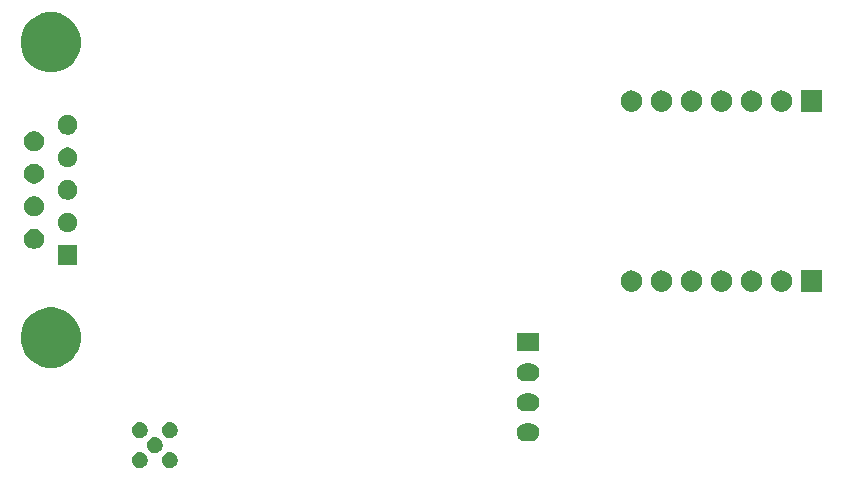
<source format=gbs>
G04 #@! TF.GenerationSoftware,KiCad,Pcbnew,(5.1.5-0)*
G04 #@! TF.CreationDate,2022-06-25T14:07:13-06:00*
G04 #@! TF.ProjectId,DAC_pockel,4441435f-706f-4636-9b65-6c2e6b696361,rev?*
G04 #@! TF.SameCoordinates,Original*
G04 #@! TF.FileFunction,Soldermask,Bot*
G04 #@! TF.FilePolarity,Negative*
%FSLAX46Y46*%
G04 Gerber Fmt 4.6, Leading zero omitted, Abs format (unit mm)*
G04 Created by KiCad (PCBNEW (5.1.5-0)) date 2022-06-25 14:07:13*
%MOMM*%
%LPD*%
G04 APERTURE LIST*
%ADD10C,0.100000*%
G04 APERTURE END LIST*
D10*
G36*
X107779300Y-90707595D02*
G01*
X107865724Y-90724786D01*
X107987838Y-90775367D01*
X108097738Y-90848800D01*
X108191200Y-90942262D01*
X108264633Y-91052162D01*
X108315214Y-91174276D01*
X108341000Y-91303912D01*
X108341000Y-91436088D01*
X108315214Y-91565724D01*
X108264633Y-91687838D01*
X108191200Y-91797738D01*
X108097738Y-91891200D01*
X107987838Y-91964633D01*
X107865724Y-92015214D01*
X107779300Y-92032405D01*
X107736089Y-92041000D01*
X107603911Y-92041000D01*
X107560700Y-92032405D01*
X107474276Y-92015214D01*
X107352162Y-91964633D01*
X107242262Y-91891200D01*
X107148800Y-91797738D01*
X107075367Y-91687838D01*
X107024786Y-91565724D01*
X106999000Y-91436088D01*
X106999000Y-91303912D01*
X107024786Y-91174276D01*
X107075367Y-91052162D01*
X107148800Y-90942262D01*
X107242262Y-90848800D01*
X107352162Y-90775367D01*
X107474276Y-90724786D01*
X107560700Y-90707595D01*
X107603911Y-90699000D01*
X107736089Y-90699000D01*
X107779300Y-90707595D01*
G37*
G36*
X105239300Y-90707595D02*
G01*
X105325724Y-90724786D01*
X105447838Y-90775367D01*
X105557738Y-90848800D01*
X105651200Y-90942262D01*
X105724633Y-91052162D01*
X105775214Y-91174276D01*
X105801000Y-91303912D01*
X105801000Y-91436088D01*
X105775214Y-91565724D01*
X105724633Y-91687838D01*
X105651200Y-91797738D01*
X105557738Y-91891200D01*
X105447838Y-91964633D01*
X105325724Y-92015214D01*
X105239300Y-92032405D01*
X105196089Y-92041000D01*
X105063911Y-92041000D01*
X105020700Y-92032405D01*
X104934276Y-92015214D01*
X104812162Y-91964633D01*
X104702262Y-91891200D01*
X104608800Y-91797738D01*
X104535367Y-91687838D01*
X104484786Y-91565724D01*
X104459000Y-91436088D01*
X104459000Y-91303912D01*
X104484786Y-91174276D01*
X104535367Y-91052162D01*
X104608800Y-90942262D01*
X104702262Y-90848800D01*
X104812162Y-90775367D01*
X104934276Y-90724786D01*
X105020700Y-90707595D01*
X105063911Y-90699000D01*
X105196089Y-90699000D01*
X105239300Y-90707595D01*
G37*
G36*
X106509300Y-89437595D02*
G01*
X106595724Y-89454786D01*
X106717838Y-89505367D01*
X106827738Y-89578800D01*
X106921200Y-89672262D01*
X106994633Y-89782162D01*
X107045214Y-89904276D01*
X107071000Y-90033912D01*
X107071000Y-90166088D01*
X107045214Y-90295724D01*
X106994633Y-90417838D01*
X106921200Y-90527738D01*
X106827738Y-90621200D01*
X106717838Y-90694633D01*
X106595724Y-90745214D01*
X106509300Y-90762405D01*
X106466089Y-90771000D01*
X106333911Y-90771000D01*
X106290700Y-90762405D01*
X106204276Y-90745214D01*
X106082162Y-90694633D01*
X105972262Y-90621200D01*
X105878800Y-90527738D01*
X105805367Y-90417838D01*
X105754786Y-90295724D01*
X105729000Y-90166088D01*
X105729000Y-90033912D01*
X105754786Y-89904276D01*
X105805367Y-89782162D01*
X105878800Y-89672262D01*
X105972262Y-89578800D01*
X106082162Y-89505367D01*
X106204276Y-89454786D01*
X106290700Y-89437595D01*
X106333911Y-89429000D01*
X106466089Y-89429000D01*
X106509300Y-89437595D01*
G37*
G36*
X138273665Y-88272622D02*
G01*
X138347222Y-88279867D01*
X138488786Y-88322810D01*
X138619252Y-88392546D01*
X138631098Y-88402268D01*
X138733607Y-88486393D01*
X138803008Y-88570960D01*
X138827454Y-88600748D01*
X138897190Y-88731214D01*
X138940133Y-88872778D01*
X138954633Y-89020000D01*
X138940133Y-89167222D01*
X138912677Y-89257732D01*
X138897189Y-89308788D01*
X138862322Y-89374019D01*
X138827454Y-89439252D01*
X138803008Y-89469040D01*
X138733607Y-89553607D01*
X138649040Y-89623008D01*
X138619252Y-89647454D01*
X138488786Y-89717190D01*
X138347222Y-89760133D01*
X138273665Y-89767378D01*
X138236888Y-89771000D01*
X137763112Y-89771000D01*
X137726335Y-89767378D01*
X137652778Y-89760133D01*
X137511214Y-89717190D01*
X137380748Y-89647454D01*
X137350960Y-89623008D01*
X137266393Y-89553607D01*
X137196992Y-89469040D01*
X137172546Y-89439252D01*
X137137678Y-89374019D01*
X137102811Y-89308788D01*
X137087323Y-89257732D01*
X137059867Y-89167222D01*
X137045367Y-89020000D01*
X137059867Y-88872778D01*
X137102810Y-88731214D01*
X137172546Y-88600748D01*
X137196992Y-88570960D01*
X137266393Y-88486393D01*
X137368902Y-88402268D01*
X137380748Y-88392546D01*
X137511214Y-88322810D01*
X137652778Y-88279867D01*
X137726335Y-88272622D01*
X137763112Y-88269000D01*
X138236888Y-88269000D01*
X138273665Y-88272622D01*
G37*
G36*
X105239300Y-88167595D02*
G01*
X105325724Y-88184786D01*
X105447838Y-88235367D01*
X105557738Y-88308800D01*
X105651200Y-88402262D01*
X105724633Y-88512162D01*
X105775214Y-88634276D01*
X105801000Y-88763912D01*
X105801000Y-88896088D01*
X105775214Y-89025724D01*
X105724633Y-89147838D01*
X105651200Y-89257738D01*
X105557738Y-89351200D01*
X105447838Y-89424633D01*
X105325724Y-89475214D01*
X105239300Y-89492405D01*
X105196089Y-89501000D01*
X105063911Y-89501000D01*
X105020700Y-89492405D01*
X104934276Y-89475214D01*
X104812162Y-89424633D01*
X104702262Y-89351200D01*
X104608800Y-89257738D01*
X104535367Y-89147838D01*
X104484786Y-89025724D01*
X104459000Y-88896088D01*
X104459000Y-88763912D01*
X104484786Y-88634276D01*
X104535367Y-88512162D01*
X104608800Y-88402262D01*
X104702262Y-88308800D01*
X104812162Y-88235367D01*
X104934276Y-88184786D01*
X105020700Y-88167595D01*
X105063911Y-88159000D01*
X105196089Y-88159000D01*
X105239300Y-88167595D01*
G37*
G36*
X107779300Y-88167595D02*
G01*
X107865724Y-88184786D01*
X107987838Y-88235367D01*
X108097738Y-88308800D01*
X108191200Y-88402262D01*
X108264633Y-88512162D01*
X108315214Y-88634276D01*
X108341000Y-88763912D01*
X108341000Y-88896088D01*
X108315214Y-89025724D01*
X108264633Y-89147838D01*
X108191200Y-89257738D01*
X108097738Y-89351200D01*
X107987838Y-89424633D01*
X107865724Y-89475214D01*
X107779300Y-89492405D01*
X107736089Y-89501000D01*
X107603911Y-89501000D01*
X107560700Y-89492405D01*
X107474276Y-89475214D01*
X107352162Y-89424633D01*
X107242262Y-89351200D01*
X107148800Y-89257738D01*
X107075367Y-89147838D01*
X107024786Y-89025724D01*
X106999000Y-88896088D01*
X106999000Y-88763912D01*
X107024786Y-88634276D01*
X107075367Y-88512162D01*
X107148800Y-88402262D01*
X107242262Y-88308800D01*
X107352162Y-88235367D01*
X107474276Y-88184786D01*
X107560700Y-88167595D01*
X107603911Y-88159000D01*
X107736089Y-88159000D01*
X107779300Y-88167595D01*
G37*
G36*
X138273665Y-85732622D02*
G01*
X138347222Y-85739867D01*
X138488786Y-85782810D01*
X138619252Y-85852546D01*
X138649040Y-85876992D01*
X138733607Y-85946393D01*
X138803008Y-86030960D01*
X138827454Y-86060748D01*
X138897190Y-86191214D01*
X138940133Y-86332778D01*
X138954633Y-86480000D01*
X138940133Y-86627222D01*
X138897190Y-86768786D01*
X138827454Y-86899252D01*
X138803008Y-86929040D01*
X138733607Y-87013607D01*
X138649040Y-87083008D01*
X138619252Y-87107454D01*
X138488786Y-87177190D01*
X138347222Y-87220133D01*
X138273665Y-87227378D01*
X138236888Y-87231000D01*
X137763112Y-87231000D01*
X137726335Y-87227378D01*
X137652778Y-87220133D01*
X137511214Y-87177190D01*
X137380748Y-87107454D01*
X137350960Y-87083008D01*
X137266393Y-87013607D01*
X137196992Y-86929040D01*
X137172546Y-86899252D01*
X137102810Y-86768786D01*
X137059867Y-86627222D01*
X137045367Y-86480000D01*
X137059867Y-86332778D01*
X137102810Y-86191214D01*
X137172546Y-86060748D01*
X137196992Y-86030960D01*
X137266393Y-85946393D01*
X137350960Y-85876992D01*
X137380748Y-85852546D01*
X137511214Y-85782810D01*
X137652778Y-85739867D01*
X137726335Y-85732622D01*
X137763112Y-85729000D01*
X138236888Y-85729000D01*
X138273665Y-85732622D01*
G37*
G36*
X138273665Y-83192622D02*
G01*
X138347222Y-83199867D01*
X138488786Y-83242810D01*
X138619252Y-83312546D01*
X138649040Y-83336992D01*
X138733607Y-83406393D01*
X138771828Y-83452967D01*
X138827454Y-83520748D01*
X138897190Y-83651214D01*
X138940133Y-83792778D01*
X138954633Y-83940000D01*
X138940133Y-84087222D01*
X138897190Y-84228786D01*
X138827454Y-84359252D01*
X138803008Y-84389040D01*
X138733607Y-84473607D01*
X138649040Y-84543008D01*
X138619252Y-84567454D01*
X138488786Y-84637190D01*
X138347222Y-84680133D01*
X138273665Y-84687378D01*
X138236888Y-84691000D01*
X137763112Y-84691000D01*
X137726335Y-84687378D01*
X137652778Y-84680133D01*
X137511214Y-84637190D01*
X137380748Y-84567454D01*
X137350960Y-84543008D01*
X137266393Y-84473607D01*
X137196992Y-84389040D01*
X137172546Y-84359252D01*
X137102810Y-84228786D01*
X137059867Y-84087222D01*
X137045367Y-83940000D01*
X137059867Y-83792778D01*
X137102810Y-83651214D01*
X137172546Y-83520748D01*
X137228172Y-83452967D01*
X137266393Y-83406393D01*
X137350960Y-83336992D01*
X137380748Y-83312546D01*
X137511214Y-83242810D01*
X137652778Y-83199867D01*
X137726335Y-83192622D01*
X137763112Y-83189000D01*
X138236888Y-83189000D01*
X138273665Y-83192622D01*
G37*
G36*
X98344098Y-78547033D02*
G01*
X98808350Y-78739332D01*
X98808352Y-78739333D01*
X99226168Y-79018509D01*
X99581491Y-79373832D01*
X99860667Y-79791648D01*
X99860668Y-79791650D01*
X100052967Y-80255902D01*
X100151000Y-80748747D01*
X100151000Y-81251253D01*
X100052967Y-81744098D01*
X99884423Y-82151000D01*
X99860667Y-82208352D01*
X99581491Y-82626168D01*
X99226168Y-82981491D01*
X98808352Y-83260667D01*
X98808351Y-83260668D01*
X98808350Y-83260668D01*
X98344098Y-83452967D01*
X97851253Y-83551000D01*
X97348747Y-83551000D01*
X96855902Y-83452967D01*
X96391650Y-83260668D01*
X96391649Y-83260668D01*
X96391648Y-83260667D01*
X95973832Y-82981491D01*
X95618509Y-82626168D01*
X95339333Y-82208352D01*
X95315577Y-82151000D01*
X95147033Y-81744098D01*
X95049000Y-81251253D01*
X95049000Y-80748747D01*
X95147033Y-80255902D01*
X95339332Y-79791650D01*
X95339333Y-79791648D01*
X95618509Y-79373832D01*
X95973832Y-79018509D01*
X96391648Y-78739333D01*
X96391650Y-78739332D01*
X96855902Y-78547033D01*
X97348747Y-78449000D01*
X97851253Y-78449000D01*
X98344098Y-78547033D01*
G37*
G36*
X138951000Y-82151000D02*
G01*
X137049000Y-82151000D01*
X137049000Y-80649000D01*
X138951000Y-80649000D01*
X138951000Y-82151000D01*
G37*
G36*
X162901000Y-77121000D02*
G01*
X161099000Y-77121000D01*
X161099000Y-75319000D01*
X162901000Y-75319000D01*
X162901000Y-77121000D01*
G37*
G36*
X159573512Y-75323927D02*
G01*
X159722812Y-75353624D01*
X159886784Y-75421544D01*
X160034354Y-75520147D01*
X160159853Y-75645646D01*
X160258456Y-75793216D01*
X160326376Y-75957188D01*
X160361000Y-76131259D01*
X160361000Y-76308741D01*
X160326376Y-76482812D01*
X160258456Y-76646784D01*
X160159853Y-76794354D01*
X160034354Y-76919853D01*
X159886784Y-77018456D01*
X159722812Y-77086376D01*
X159573512Y-77116073D01*
X159548742Y-77121000D01*
X159371258Y-77121000D01*
X159346488Y-77116073D01*
X159197188Y-77086376D01*
X159033216Y-77018456D01*
X158885646Y-76919853D01*
X158760147Y-76794354D01*
X158661544Y-76646784D01*
X158593624Y-76482812D01*
X158559000Y-76308741D01*
X158559000Y-76131259D01*
X158593624Y-75957188D01*
X158661544Y-75793216D01*
X158760147Y-75645646D01*
X158885646Y-75520147D01*
X159033216Y-75421544D01*
X159197188Y-75353624D01*
X159346488Y-75323927D01*
X159371258Y-75319000D01*
X159548742Y-75319000D01*
X159573512Y-75323927D01*
G37*
G36*
X157033512Y-75323927D02*
G01*
X157182812Y-75353624D01*
X157346784Y-75421544D01*
X157494354Y-75520147D01*
X157619853Y-75645646D01*
X157718456Y-75793216D01*
X157786376Y-75957188D01*
X157821000Y-76131259D01*
X157821000Y-76308741D01*
X157786376Y-76482812D01*
X157718456Y-76646784D01*
X157619853Y-76794354D01*
X157494354Y-76919853D01*
X157346784Y-77018456D01*
X157182812Y-77086376D01*
X157033512Y-77116073D01*
X157008742Y-77121000D01*
X156831258Y-77121000D01*
X156806488Y-77116073D01*
X156657188Y-77086376D01*
X156493216Y-77018456D01*
X156345646Y-76919853D01*
X156220147Y-76794354D01*
X156121544Y-76646784D01*
X156053624Y-76482812D01*
X156019000Y-76308741D01*
X156019000Y-76131259D01*
X156053624Y-75957188D01*
X156121544Y-75793216D01*
X156220147Y-75645646D01*
X156345646Y-75520147D01*
X156493216Y-75421544D01*
X156657188Y-75353624D01*
X156806488Y-75323927D01*
X156831258Y-75319000D01*
X157008742Y-75319000D01*
X157033512Y-75323927D01*
G37*
G36*
X154493512Y-75323927D02*
G01*
X154642812Y-75353624D01*
X154806784Y-75421544D01*
X154954354Y-75520147D01*
X155079853Y-75645646D01*
X155178456Y-75793216D01*
X155246376Y-75957188D01*
X155281000Y-76131259D01*
X155281000Y-76308741D01*
X155246376Y-76482812D01*
X155178456Y-76646784D01*
X155079853Y-76794354D01*
X154954354Y-76919853D01*
X154806784Y-77018456D01*
X154642812Y-77086376D01*
X154493512Y-77116073D01*
X154468742Y-77121000D01*
X154291258Y-77121000D01*
X154266488Y-77116073D01*
X154117188Y-77086376D01*
X153953216Y-77018456D01*
X153805646Y-76919853D01*
X153680147Y-76794354D01*
X153581544Y-76646784D01*
X153513624Y-76482812D01*
X153479000Y-76308741D01*
X153479000Y-76131259D01*
X153513624Y-75957188D01*
X153581544Y-75793216D01*
X153680147Y-75645646D01*
X153805646Y-75520147D01*
X153953216Y-75421544D01*
X154117188Y-75353624D01*
X154266488Y-75323927D01*
X154291258Y-75319000D01*
X154468742Y-75319000D01*
X154493512Y-75323927D01*
G37*
G36*
X151953512Y-75323927D02*
G01*
X152102812Y-75353624D01*
X152266784Y-75421544D01*
X152414354Y-75520147D01*
X152539853Y-75645646D01*
X152638456Y-75793216D01*
X152706376Y-75957188D01*
X152741000Y-76131259D01*
X152741000Y-76308741D01*
X152706376Y-76482812D01*
X152638456Y-76646784D01*
X152539853Y-76794354D01*
X152414354Y-76919853D01*
X152266784Y-77018456D01*
X152102812Y-77086376D01*
X151953512Y-77116073D01*
X151928742Y-77121000D01*
X151751258Y-77121000D01*
X151726488Y-77116073D01*
X151577188Y-77086376D01*
X151413216Y-77018456D01*
X151265646Y-76919853D01*
X151140147Y-76794354D01*
X151041544Y-76646784D01*
X150973624Y-76482812D01*
X150939000Y-76308741D01*
X150939000Y-76131259D01*
X150973624Y-75957188D01*
X151041544Y-75793216D01*
X151140147Y-75645646D01*
X151265646Y-75520147D01*
X151413216Y-75421544D01*
X151577188Y-75353624D01*
X151726488Y-75323927D01*
X151751258Y-75319000D01*
X151928742Y-75319000D01*
X151953512Y-75323927D01*
G37*
G36*
X149413512Y-75323927D02*
G01*
X149562812Y-75353624D01*
X149726784Y-75421544D01*
X149874354Y-75520147D01*
X149999853Y-75645646D01*
X150098456Y-75793216D01*
X150166376Y-75957188D01*
X150201000Y-76131259D01*
X150201000Y-76308741D01*
X150166376Y-76482812D01*
X150098456Y-76646784D01*
X149999853Y-76794354D01*
X149874354Y-76919853D01*
X149726784Y-77018456D01*
X149562812Y-77086376D01*
X149413512Y-77116073D01*
X149388742Y-77121000D01*
X149211258Y-77121000D01*
X149186488Y-77116073D01*
X149037188Y-77086376D01*
X148873216Y-77018456D01*
X148725646Y-76919853D01*
X148600147Y-76794354D01*
X148501544Y-76646784D01*
X148433624Y-76482812D01*
X148399000Y-76308741D01*
X148399000Y-76131259D01*
X148433624Y-75957188D01*
X148501544Y-75793216D01*
X148600147Y-75645646D01*
X148725646Y-75520147D01*
X148873216Y-75421544D01*
X149037188Y-75353624D01*
X149186488Y-75323927D01*
X149211258Y-75319000D01*
X149388742Y-75319000D01*
X149413512Y-75323927D01*
G37*
G36*
X146873512Y-75323927D02*
G01*
X147022812Y-75353624D01*
X147186784Y-75421544D01*
X147334354Y-75520147D01*
X147459853Y-75645646D01*
X147558456Y-75793216D01*
X147626376Y-75957188D01*
X147661000Y-76131259D01*
X147661000Y-76308741D01*
X147626376Y-76482812D01*
X147558456Y-76646784D01*
X147459853Y-76794354D01*
X147334354Y-76919853D01*
X147186784Y-77018456D01*
X147022812Y-77086376D01*
X146873512Y-77116073D01*
X146848742Y-77121000D01*
X146671258Y-77121000D01*
X146646488Y-77116073D01*
X146497188Y-77086376D01*
X146333216Y-77018456D01*
X146185646Y-76919853D01*
X146060147Y-76794354D01*
X145961544Y-76646784D01*
X145893624Y-76482812D01*
X145859000Y-76308741D01*
X145859000Y-76131259D01*
X145893624Y-75957188D01*
X145961544Y-75793216D01*
X146060147Y-75645646D01*
X146185646Y-75520147D01*
X146333216Y-75421544D01*
X146497188Y-75353624D01*
X146646488Y-75323927D01*
X146671258Y-75319000D01*
X146848742Y-75319000D01*
X146873512Y-75323927D01*
G37*
G36*
X99858500Y-74858500D02*
G01*
X98181500Y-74858500D01*
X98181500Y-73181500D01*
X99858500Y-73181500D01*
X99858500Y-74858500D01*
G37*
G36*
X96424581Y-71833723D02*
G01*
X96577178Y-71896930D01*
X96714512Y-71988694D01*
X96831306Y-72105488D01*
X96923070Y-72242822D01*
X96986277Y-72395419D01*
X97018500Y-72557414D01*
X97018500Y-72722586D01*
X96986277Y-72884581D01*
X96923070Y-73037178D01*
X96831306Y-73174512D01*
X96714512Y-73291306D01*
X96577178Y-73383070D01*
X96424581Y-73446277D01*
X96262586Y-73478500D01*
X96097414Y-73478500D01*
X95935419Y-73446277D01*
X95782822Y-73383070D01*
X95645488Y-73291306D01*
X95528694Y-73174512D01*
X95436930Y-73037178D01*
X95373723Y-72884581D01*
X95341500Y-72722586D01*
X95341500Y-72557414D01*
X95373723Y-72395419D01*
X95436930Y-72242822D01*
X95528694Y-72105488D01*
X95645488Y-71988694D01*
X95782822Y-71896930D01*
X95935419Y-71833723D01*
X96097414Y-71801500D01*
X96262586Y-71801500D01*
X96424581Y-71833723D01*
G37*
G36*
X99264581Y-70453723D02*
G01*
X99417178Y-70516930D01*
X99554512Y-70608694D01*
X99671306Y-70725488D01*
X99763070Y-70862822D01*
X99826277Y-71015419D01*
X99858500Y-71177414D01*
X99858500Y-71342586D01*
X99826277Y-71504581D01*
X99763070Y-71657178D01*
X99671306Y-71794512D01*
X99554512Y-71911306D01*
X99417178Y-72003070D01*
X99264581Y-72066277D01*
X99102586Y-72098500D01*
X98937414Y-72098500D01*
X98775419Y-72066277D01*
X98622822Y-72003070D01*
X98485488Y-71911306D01*
X98368694Y-71794512D01*
X98276930Y-71657178D01*
X98213723Y-71504581D01*
X98181500Y-71342586D01*
X98181500Y-71177414D01*
X98213723Y-71015419D01*
X98276930Y-70862822D01*
X98368694Y-70725488D01*
X98485488Y-70608694D01*
X98622822Y-70516930D01*
X98775419Y-70453723D01*
X98937414Y-70421500D01*
X99102586Y-70421500D01*
X99264581Y-70453723D01*
G37*
G36*
X96424581Y-69073723D02*
G01*
X96577178Y-69136930D01*
X96714512Y-69228694D01*
X96831306Y-69345488D01*
X96923070Y-69482822D01*
X96986277Y-69635419D01*
X97018500Y-69797414D01*
X97018500Y-69962586D01*
X96986277Y-70124581D01*
X96923070Y-70277178D01*
X96831306Y-70414512D01*
X96714512Y-70531306D01*
X96577178Y-70623070D01*
X96424581Y-70686277D01*
X96262586Y-70718500D01*
X96097414Y-70718500D01*
X95935419Y-70686277D01*
X95782822Y-70623070D01*
X95645488Y-70531306D01*
X95528694Y-70414512D01*
X95436930Y-70277178D01*
X95373723Y-70124581D01*
X95341500Y-69962586D01*
X95341500Y-69797414D01*
X95373723Y-69635419D01*
X95436930Y-69482822D01*
X95528694Y-69345488D01*
X95645488Y-69228694D01*
X95782822Y-69136930D01*
X95935419Y-69073723D01*
X96097414Y-69041500D01*
X96262586Y-69041500D01*
X96424581Y-69073723D01*
G37*
G36*
X99264581Y-67693723D02*
G01*
X99417178Y-67756930D01*
X99554512Y-67848694D01*
X99671306Y-67965488D01*
X99763070Y-68102822D01*
X99826277Y-68255419D01*
X99858500Y-68417414D01*
X99858500Y-68582586D01*
X99826277Y-68744581D01*
X99763070Y-68897178D01*
X99671306Y-69034512D01*
X99554512Y-69151306D01*
X99417178Y-69243070D01*
X99264581Y-69306277D01*
X99102586Y-69338500D01*
X98937414Y-69338500D01*
X98775419Y-69306277D01*
X98622822Y-69243070D01*
X98485488Y-69151306D01*
X98368694Y-69034512D01*
X98276930Y-68897178D01*
X98213723Y-68744581D01*
X98181500Y-68582586D01*
X98181500Y-68417414D01*
X98213723Y-68255419D01*
X98276930Y-68102822D01*
X98368694Y-67965488D01*
X98485488Y-67848694D01*
X98622822Y-67756930D01*
X98775419Y-67693723D01*
X98937414Y-67661500D01*
X99102586Y-67661500D01*
X99264581Y-67693723D01*
G37*
G36*
X96424581Y-66313723D02*
G01*
X96577178Y-66376930D01*
X96714512Y-66468694D01*
X96831306Y-66585488D01*
X96923070Y-66722822D01*
X96986277Y-66875419D01*
X97018500Y-67037414D01*
X97018500Y-67202586D01*
X96986277Y-67364581D01*
X96923070Y-67517178D01*
X96831306Y-67654512D01*
X96714512Y-67771306D01*
X96577178Y-67863070D01*
X96424581Y-67926277D01*
X96262586Y-67958500D01*
X96097414Y-67958500D01*
X95935419Y-67926277D01*
X95782822Y-67863070D01*
X95645488Y-67771306D01*
X95528694Y-67654512D01*
X95436930Y-67517178D01*
X95373723Y-67364581D01*
X95341500Y-67202586D01*
X95341500Y-67037414D01*
X95373723Y-66875419D01*
X95436930Y-66722822D01*
X95528694Y-66585488D01*
X95645488Y-66468694D01*
X95782822Y-66376930D01*
X95935419Y-66313723D01*
X96097414Y-66281500D01*
X96262586Y-66281500D01*
X96424581Y-66313723D01*
G37*
G36*
X99264581Y-64933723D02*
G01*
X99417178Y-64996930D01*
X99554512Y-65088694D01*
X99671306Y-65205488D01*
X99763070Y-65342822D01*
X99826277Y-65495419D01*
X99858500Y-65657414D01*
X99858500Y-65822586D01*
X99826277Y-65984581D01*
X99763070Y-66137178D01*
X99671306Y-66274512D01*
X99554512Y-66391306D01*
X99417178Y-66483070D01*
X99264581Y-66546277D01*
X99102586Y-66578500D01*
X98937414Y-66578500D01*
X98775419Y-66546277D01*
X98622822Y-66483070D01*
X98485488Y-66391306D01*
X98368694Y-66274512D01*
X98276930Y-66137178D01*
X98213723Y-65984581D01*
X98181500Y-65822586D01*
X98181500Y-65657414D01*
X98213723Y-65495419D01*
X98276930Y-65342822D01*
X98368694Y-65205488D01*
X98485488Y-65088694D01*
X98622822Y-64996930D01*
X98775419Y-64933723D01*
X98937414Y-64901500D01*
X99102586Y-64901500D01*
X99264581Y-64933723D01*
G37*
G36*
X96424581Y-63553723D02*
G01*
X96577178Y-63616930D01*
X96714512Y-63708694D01*
X96831306Y-63825488D01*
X96923070Y-63962822D01*
X96986277Y-64115419D01*
X97018500Y-64277414D01*
X97018500Y-64442586D01*
X96986277Y-64604581D01*
X96923070Y-64757178D01*
X96831306Y-64894512D01*
X96714512Y-65011306D01*
X96577178Y-65103070D01*
X96424581Y-65166277D01*
X96262586Y-65198500D01*
X96097414Y-65198500D01*
X95935419Y-65166277D01*
X95782822Y-65103070D01*
X95645488Y-65011306D01*
X95528694Y-64894512D01*
X95436930Y-64757178D01*
X95373723Y-64604581D01*
X95341500Y-64442586D01*
X95341500Y-64277414D01*
X95373723Y-64115419D01*
X95436930Y-63962822D01*
X95528694Y-63825488D01*
X95645488Y-63708694D01*
X95782822Y-63616930D01*
X95935419Y-63553723D01*
X96097414Y-63521500D01*
X96262586Y-63521500D01*
X96424581Y-63553723D01*
G37*
G36*
X99264581Y-62173723D02*
G01*
X99417178Y-62236930D01*
X99554512Y-62328694D01*
X99671306Y-62445488D01*
X99763070Y-62582822D01*
X99826277Y-62735419D01*
X99858500Y-62897414D01*
X99858500Y-63062586D01*
X99826277Y-63224581D01*
X99763070Y-63377178D01*
X99671306Y-63514512D01*
X99554512Y-63631306D01*
X99417178Y-63723070D01*
X99264581Y-63786277D01*
X99102586Y-63818500D01*
X98937414Y-63818500D01*
X98775419Y-63786277D01*
X98622822Y-63723070D01*
X98485488Y-63631306D01*
X98368694Y-63514512D01*
X98276930Y-63377178D01*
X98213723Y-63224581D01*
X98181500Y-63062586D01*
X98181500Y-62897414D01*
X98213723Y-62735419D01*
X98276930Y-62582822D01*
X98368694Y-62445488D01*
X98485488Y-62328694D01*
X98622822Y-62236930D01*
X98775419Y-62173723D01*
X98937414Y-62141500D01*
X99102586Y-62141500D01*
X99264581Y-62173723D01*
G37*
G36*
X159573512Y-60083927D02*
G01*
X159722812Y-60113624D01*
X159886784Y-60181544D01*
X160034354Y-60280147D01*
X160159853Y-60405646D01*
X160258456Y-60553216D01*
X160326376Y-60717188D01*
X160361000Y-60891259D01*
X160361000Y-61068741D01*
X160326376Y-61242812D01*
X160258456Y-61406784D01*
X160159853Y-61554354D01*
X160034354Y-61679853D01*
X159886784Y-61778456D01*
X159722812Y-61846376D01*
X159573512Y-61876073D01*
X159548742Y-61881000D01*
X159371258Y-61881000D01*
X159346488Y-61876073D01*
X159197188Y-61846376D01*
X159033216Y-61778456D01*
X158885646Y-61679853D01*
X158760147Y-61554354D01*
X158661544Y-61406784D01*
X158593624Y-61242812D01*
X158559000Y-61068741D01*
X158559000Y-60891259D01*
X158593624Y-60717188D01*
X158661544Y-60553216D01*
X158760147Y-60405646D01*
X158885646Y-60280147D01*
X159033216Y-60181544D01*
X159197188Y-60113624D01*
X159346488Y-60083927D01*
X159371258Y-60079000D01*
X159548742Y-60079000D01*
X159573512Y-60083927D01*
G37*
G36*
X162901000Y-61881000D02*
G01*
X161099000Y-61881000D01*
X161099000Y-60079000D01*
X162901000Y-60079000D01*
X162901000Y-61881000D01*
G37*
G36*
X157033512Y-60083927D02*
G01*
X157182812Y-60113624D01*
X157346784Y-60181544D01*
X157494354Y-60280147D01*
X157619853Y-60405646D01*
X157718456Y-60553216D01*
X157786376Y-60717188D01*
X157821000Y-60891259D01*
X157821000Y-61068741D01*
X157786376Y-61242812D01*
X157718456Y-61406784D01*
X157619853Y-61554354D01*
X157494354Y-61679853D01*
X157346784Y-61778456D01*
X157182812Y-61846376D01*
X157033512Y-61876073D01*
X157008742Y-61881000D01*
X156831258Y-61881000D01*
X156806488Y-61876073D01*
X156657188Y-61846376D01*
X156493216Y-61778456D01*
X156345646Y-61679853D01*
X156220147Y-61554354D01*
X156121544Y-61406784D01*
X156053624Y-61242812D01*
X156019000Y-61068741D01*
X156019000Y-60891259D01*
X156053624Y-60717188D01*
X156121544Y-60553216D01*
X156220147Y-60405646D01*
X156345646Y-60280147D01*
X156493216Y-60181544D01*
X156657188Y-60113624D01*
X156806488Y-60083927D01*
X156831258Y-60079000D01*
X157008742Y-60079000D01*
X157033512Y-60083927D01*
G37*
G36*
X146873512Y-60083927D02*
G01*
X147022812Y-60113624D01*
X147186784Y-60181544D01*
X147334354Y-60280147D01*
X147459853Y-60405646D01*
X147558456Y-60553216D01*
X147626376Y-60717188D01*
X147661000Y-60891259D01*
X147661000Y-61068741D01*
X147626376Y-61242812D01*
X147558456Y-61406784D01*
X147459853Y-61554354D01*
X147334354Y-61679853D01*
X147186784Y-61778456D01*
X147022812Y-61846376D01*
X146873512Y-61876073D01*
X146848742Y-61881000D01*
X146671258Y-61881000D01*
X146646488Y-61876073D01*
X146497188Y-61846376D01*
X146333216Y-61778456D01*
X146185646Y-61679853D01*
X146060147Y-61554354D01*
X145961544Y-61406784D01*
X145893624Y-61242812D01*
X145859000Y-61068741D01*
X145859000Y-60891259D01*
X145893624Y-60717188D01*
X145961544Y-60553216D01*
X146060147Y-60405646D01*
X146185646Y-60280147D01*
X146333216Y-60181544D01*
X146497188Y-60113624D01*
X146646488Y-60083927D01*
X146671258Y-60079000D01*
X146848742Y-60079000D01*
X146873512Y-60083927D01*
G37*
G36*
X149413512Y-60083927D02*
G01*
X149562812Y-60113624D01*
X149726784Y-60181544D01*
X149874354Y-60280147D01*
X149999853Y-60405646D01*
X150098456Y-60553216D01*
X150166376Y-60717188D01*
X150201000Y-60891259D01*
X150201000Y-61068741D01*
X150166376Y-61242812D01*
X150098456Y-61406784D01*
X149999853Y-61554354D01*
X149874354Y-61679853D01*
X149726784Y-61778456D01*
X149562812Y-61846376D01*
X149413512Y-61876073D01*
X149388742Y-61881000D01*
X149211258Y-61881000D01*
X149186488Y-61876073D01*
X149037188Y-61846376D01*
X148873216Y-61778456D01*
X148725646Y-61679853D01*
X148600147Y-61554354D01*
X148501544Y-61406784D01*
X148433624Y-61242812D01*
X148399000Y-61068741D01*
X148399000Y-60891259D01*
X148433624Y-60717188D01*
X148501544Y-60553216D01*
X148600147Y-60405646D01*
X148725646Y-60280147D01*
X148873216Y-60181544D01*
X149037188Y-60113624D01*
X149186488Y-60083927D01*
X149211258Y-60079000D01*
X149388742Y-60079000D01*
X149413512Y-60083927D01*
G37*
G36*
X151953512Y-60083927D02*
G01*
X152102812Y-60113624D01*
X152266784Y-60181544D01*
X152414354Y-60280147D01*
X152539853Y-60405646D01*
X152638456Y-60553216D01*
X152706376Y-60717188D01*
X152741000Y-60891259D01*
X152741000Y-61068741D01*
X152706376Y-61242812D01*
X152638456Y-61406784D01*
X152539853Y-61554354D01*
X152414354Y-61679853D01*
X152266784Y-61778456D01*
X152102812Y-61846376D01*
X151953512Y-61876073D01*
X151928742Y-61881000D01*
X151751258Y-61881000D01*
X151726488Y-61876073D01*
X151577188Y-61846376D01*
X151413216Y-61778456D01*
X151265646Y-61679853D01*
X151140147Y-61554354D01*
X151041544Y-61406784D01*
X150973624Y-61242812D01*
X150939000Y-61068741D01*
X150939000Y-60891259D01*
X150973624Y-60717188D01*
X151041544Y-60553216D01*
X151140147Y-60405646D01*
X151265646Y-60280147D01*
X151413216Y-60181544D01*
X151577188Y-60113624D01*
X151726488Y-60083927D01*
X151751258Y-60079000D01*
X151928742Y-60079000D01*
X151953512Y-60083927D01*
G37*
G36*
X154493512Y-60083927D02*
G01*
X154642812Y-60113624D01*
X154806784Y-60181544D01*
X154954354Y-60280147D01*
X155079853Y-60405646D01*
X155178456Y-60553216D01*
X155246376Y-60717188D01*
X155281000Y-60891259D01*
X155281000Y-61068741D01*
X155246376Y-61242812D01*
X155178456Y-61406784D01*
X155079853Y-61554354D01*
X154954354Y-61679853D01*
X154806784Y-61778456D01*
X154642812Y-61846376D01*
X154493512Y-61876073D01*
X154468742Y-61881000D01*
X154291258Y-61881000D01*
X154266488Y-61876073D01*
X154117188Y-61846376D01*
X153953216Y-61778456D01*
X153805646Y-61679853D01*
X153680147Y-61554354D01*
X153581544Y-61406784D01*
X153513624Y-61242812D01*
X153479000Y-61068741D01*
X153479000Y-60891259D01*
X153513624Y-60717188D01*
X153581544Y-60553216D01*
X153680147Y-60405646D01*
X153805646Y-60280147D01*
X153953216Y-60181544D01*
X154117188Y-60113624D01*
X154266488Y-60083927D01*
X154291258Y-60079000D01*
X154468742Y-60079000D01*
X154493512Y-60083927D01*
G37*
G36*
X98344098Y-53547033D02*
G01*
X98808350Y-53739332D01*
X98808352Y-53739333D01*
X99226168Y-54018509D01*
X99581491Y-54373832D01*
X99860667Y-54791648D01*
X99860668Y-54791650D01*
X100052967Y-55255902D01*
X100151000Y-55748747D01*
X100151000Y-56251253D01*
X100052967Y-56744098D01*
X99860668Y-57208350D01*
X99860667Y-57208352D01*
X99581491Y-57626168D01*
X99226168Y-57981491D01*
X98808352Y-58260667D01*
X98808351Y-58260668D01*
X98808350Y-58260668D01*
X98344098Y-58452967D01*
X97851253Y-58551000D01*
X97348747Y-58551000D01*
X96855902Y-58452967D01*
X96391650Y-58260668D01*
X96391649Y-58260668D01*
X96391648Y-58260667D01*
X95973832Y-57981491D01*
X95618509Y-57626168D01*
X95339333Y-57208352D01*
X95339332Y-57208350D01*
X95147033Y-56744098D01*
X95049000Y-56251253D01*
X95049000Y-55748747D01*
X95147033Y-55255902D01*
X95339332Y-54791650D01*
X95339333Y-54791648D01*
X95618509Y-54373832D01*
X95973832Y-54018509D01*
X96391648Y-53739333D01*
X96391650Y-53739332D01*
X96855902Y-53547033D01*
X97348747Y-53449000D01*
X97851253Y-53449000D01*
X98344098Y-53547033D01*
G37*
M02*

</source>
